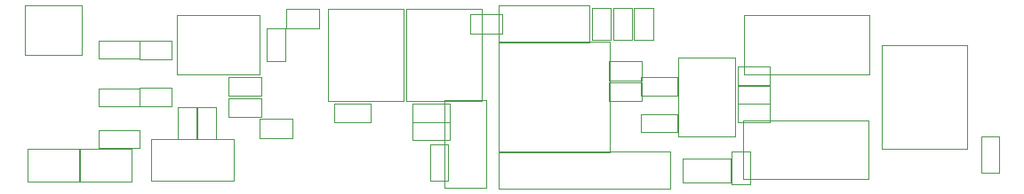
<source format=gbr>
G04 #@! TF.FileFunction,Other,User*
%FSLAX46Y46*%
G04 Gerber Fmt 4.6, Leading zero omitted, Abs format (unit mm)*
G04 Created by KiCad (PCBNEW 4.0.7) date 01/21/18 20:33:27*
%MOMM*%
%LPD*%
G01*
G04 APERTURE LIST*
%ADD10C,0.100000*%
%ADD11C,0.050000*%
G04 APERTURE END LIST*
D10*
D11*
X139380000Y-48500000D02*
X139380000Y-52000000D01*
X139380000Y-48500000D02*
X137630000Y-48500000D01*
X137630000Y-52000000D02*
X139380000Y-52000000D01*
X137630000Y-52000000D02*
X137630000Y-48500000D01*
X143000000Y-44300000D02*
X139000000Y-44300000D01*
X139000000Y-44300000D02*
X139000000Y-52700000D01*
X139000000Y-52700000D02*
X143000000Y-52700000D01*
X143000000Y-52700000D02*
X143000000Y-44300000D01*
X139500000Y-48130000D02*
X136000000Y-48130000D01*
X139500000Y-48130000D02*
X139500000Y-46380000D01*
X136000000Y-46380000D02*
X136000000Y-48130000D01*
X136000000Y-46380000D02*
X139500000Y-46380000D01*
X191880000Y-47750000D02*
X191880000Y-51250000D01*
X191880000Y-47750000D02*
X190130000Y-47750000D01*
X190130000Y-51250000D02*
X191880000Y-51250000D01*
X190130000Y-51250000D02*
X190130000Y-47750000D01*
X157750000Y-42120000D02*
X161250000Y-42120000D01*
X157750000Y-42120000D02*
X157750000Y-43870000D01*
X161250000Y-43870000D02*
X161250000Y-42120000D01*
X161250000Y-43870000D02*
X157750000Y-43870000D01*
X132000000Y-46380000D02*
X128500000Y-46380000D01*
X132000000Y-46380000D02*
X132000000Y-44630000D01*
X128500000Y-44630000D02*
X128500000Y-46380000D01*
X128500000Y-44630000D02*
X132000000Y-44630000D01*
X139500000Y-46380000D02*
X136000000Y-46380000D01*
X139500000Y-46380000D02*
X139500000Y-44630000D01*
X136000000Y-44630000D02*
X136000000Y-46380000D01*
X136000000Y-44630000D02*
X139500000Y-44630000D01*
X161250000Y-47380000D02*
X157750000Y-47380000D01*
X161250000Y-47380000D02*
X161250000Y-45630000D01*
X157750000Y-45630000D02*
X157750000Y-47380000D01*
X157750000Y-45630000D02*
X161250000Y-45630000D01*
X161700000Y-49840000D02*
X166300000Y-49840000D01*
X161700000Y-52160000D02*
X166300000Y-52160000D01*
X161700000Y-49840000D02*
X161700000Y-52160000D01*
X166300000Y-49840000D02*
X166300000Y-52160000D01*
X180660000Y-48940000D02*
X188850000Y-48940000D01*
X188850000Y-48940000D02*
X188850000Y-39050000D01*
X188850000Y-39050000D02*
X180660000Y-39050000D01*
X180660000Y-39050000D02*
X180660000Y-48940000D01*
X144200000Y-38800000D02*
X152850000Y-38800000D01*
X152850000Y-38800000D02*
X152850000Y-35200000D01*
X152850000Y-35200000D02*
X144200000Y-35200000D01*
X144200000Y-35200000D02*
X144200000Y-38800000D01*
X104350000Y-52050000D02*
X109200000Y-52050000D01*
X109200000Y-52050000D02*
X109200000Y-48950000D01*
X109200000Y-48950000D02*
X104350000Y-48950000D01*
X104350000Y-48950000D02*
X104350000Y-52050000D01*
X99350000Y-52050000D02*
X104200000Y-52050000D01*
X104200000Y-52050000D02*
X104200000Y-48950000D01*
X104200000Y-48950000D02*
X99350000Y-48950000D01*
X99350000Y-48950000D02*
X99350000Y-52050000D01*
X144200000Y-52800000D02*
X160500000Y-52800000D01*
X160500000Y-52800000D02*
X160500000Y-49200000D01*
X160500000Y-49200000D02*
X144200000Y-49200000D01*
X144200000Y-49200000D02*
X144200000Y-52800000D01*
X109950000Y-38650000D02*
X109950000Y-40350000D01*
X109950000Y-40350000D02*
X106050000Y-40350000D01*
X106050000Y-40350000D02*
X106050000Y-38650000D01*
X106050000Y-38650000D02*
X109950000Y-38650000D01*
X109950000Y-43150000D02*
X109950000Y-44850000D01*
X109950000Y-44850000D02*
X106050000Y-44850000D01*
X106050000Y-44850000D02*
X106050000Y-43150000D01*
X106050000Y-43150000D02*
X109950000Y-43150000D01*
X99040000Y-35270000D02*
X104500000Y-35270000D01*
X99040000Y-35270000D02*
X99040000Y-40010000D01*
X104500000Y-40010000D02*
X104500000Y-35270000D01*
X104500000Y-40010000D02*
X99040000Y-40010000D01*
X117257400Y-44932000D02*
X117257400Y-48032000D01*
X117257400Y-44932000D02*
X115457400Y-44932000D01*
X115457400Y-48032000D02*
X117257400Y-48032000D01*
X115457400Y-48032000D02*
X115457400Y-44932000D01*
X157800000Y-44400000D02*
X154700000Y-44400000D01*
X157800000Y-44400000D02*
X157800000Y-42600000D01*
X154700000Y-42600000D02*
X154700000Y-44400000D01*
X154700000Y-42600000D02*
X157800000Y-42600000D01*
X157800000Y-42400000D02*
X154700000Y-42400000D01*
X157800000Y-42400000D02*
X157800000Y-40600000D01*
X154700000Y-40600000D02*
X154700000Y-42400000D01*
X154700000Y-40600000D02*
X157800000Y-40600000D01*
X109950000Y-43100000D02*
X113050000Y-43100000D01*
X109950000Y-43100000D02*
X109950000Y-44900000D01*
X113050000Y-44900000D02*
X113050000Y-43100000D01*
X113050000Y-44900000D02*
X109950000Y-44900000D01*
X154900000Y-35450000D02*
X154900000Y-38550000D01*
X154900000Y-35450000D02*
X153100000Y-35450000D01*
X153100000Y-38550000D02*
X154900000Y-38550000D01*
X153100000Y-38550000D02*
X153100000Y-35450000D01*
X109950000Y-38600000D02*
X113050000Y-38600000D01*
X109950000Y-38600000D02*
X109950000Y-40400000D01*
X113050000Y-40400000D02*
X113050000Y-38600000D01*
X113050000Y-40400000D02*
X109950000Y-40400000D01*
X124550000Y-47900000D02*
X121450000Y-47900000D01*
X124550000Y-47900000D02*
X124550000Y-46100000D01*
X121450000Y-46100000D02*
X121450000Y-47900000D01*
X121450000Y-46100000D02*
X124550000Y-46100000D01*
X113600000Y-48050000D02*
X113600000Y-44950000D01*
X113600000Y-48050000D02*
X115400000Y-48050000D01*
X115400000Y-44950000D02*
X113600000Y-44950000D01*
X115400000Y-44950000D02*
X115400000Y-48050000D01*
X118450000Y-42100000D02*
X121550000Y-42100000D01*
X118450000Y-42100000D02*
X118450000Y-43900000D01*
X121550000Y-43900000D02*
X121550000Y-42100000D01*
X121550000Y-43900000D02*
X118450000Y-43900000D01*
X118450000Y-44100000D02*
X121550000Y-44100000D01*
X118450000Y-44100000D02*
X118450000Y-45900000D01*
X121550000Y-45900000D02*
X121550000Y-44100000D01*
X121550000Y-45900000D02*
X118450000Y-45900000D01*
X141450000Y-36100000D02*
X144550000Y-36100000D01*
X141450000Y-36100000D02*
X141450000Y-37900000D01*
X144550000Y-37900000D02*
X144550000Y-36100000D01*
X144550000Y-37900000D02*
X141450000Y-37900000D01*
X123900000Y-37450000D02*
X123900000Y-40550000D01*
X123900000Y-37450000D02*
X122100000Y-37450000D01*
X122100000Y-40550000D02*
X123900000Y-40550000D01*
X122100000Y-40550000D02*
X122100000Y-37450000D01*
X123950000Y-35600000D02*
X127050000Y-35600000D01*
X123950000Y-35600000D02*
X123950000Y-37400000D01*
X127050000Y-37400000D02*
X127050000Y-35600000D01*
X127050000Y-37400000D02*
X123950000Y-37400000D01*
X166950000Y-41100000D02*
X170050000Y-41100000D01*
X166950000Y-41100000D02*
X166950000Y-42900000D01*
X170050000Y-42900000D02*
X170050000Y-41100000D01*
X170050000Y-42900000D02*
X166950000Y-42900000D01*
X166950000Y-44600000D02*
X170050000Y-44600000D01*
X166950000Y-44600000D02*
X166950000Y-46400000D01*
X170050000Y-46400000D02*
X170050000Y-44600000D01*
X170050000Y-46400000D02*
X166950000Y-46400000D01*
X166950000Y-42850000D02*
X170050000Y-42850000D01*
X166950000Y-42850000D02*
X166950000Y-44650000D01*
X170050000Y-44650000D02*
X170050000Y-42850000D01*
X170050000Y-44650000D02*
X166950000Y-44650000D01*
X156900000Y-35450000D02*
X156900000Y-38550000D01*
X156900000Y-35450000D02*
X155100000Y-35450000D01*
X155100000Y-38550000D02*
X156900000Y-38550000D01*
X155100000Y-38550000D02*
X155100000Y-35450000D01*
X158900000Y-35450000D02*
X158900000Y-38550000D01*
X158900000Y-35450000D02*
X157100000Y-35450000D01*
X157100000Y-38550000D02*
X158900000Y-38550000D01*
X157100000Y-38550000D02*
X157100000Y-35450000D01*
X168150000Y-49200000D02*
X168150000Y-52300000D01*
X168150000Y-49200000D02*
X166350000Y-49200000D01*
X166350000Y-52300000D02*
X168150000Y-52300000D01*
X166350000Y-52300000D02*
X166350000Y-49200000D01*
X109950000Y-47150000D02*
X109950000Y-48850000D01*
X109950000Y-48850000D02*
X106050000Y-48850000D01*
X106050000Y-48850000D02*
X106050000Y-47150000D01*
X106050000Y-47150000D02*
X109950000Y-47150000D01*
X111050000Y-48000000D02*
X118950000Y-48000000D01*
X118950000Y-48000000D02*
X118950000Y-52000000D01*
X118950000Y-52000000D02*
X111050000Y-52000000D01*
X111050000Y-52000000D02*
X111050000Y-48000000D01*
X154800000Y-38700000D02*
X144200000Y-38700000D01*
X154800000Y-49300000D02*
X144200000Y-49300000D01*
X154800000Y-38700000D02*
X154800000Y-49300000D01*
X144200000Y-38700000D02*
X144200000Y-49300000D01*
X135400000Y-35600000D02*
X135400000Y-44400000D01*
X142600000Y-35600000D02*
X135400000Y-35600000D01*
X142600000Y-44400000D02*
X142600000Y-35600000D01*
X135400000Y-44400000D02*
X142600000Y-44400000D01*
X113550000Y-36200000D02*
X113550000Y-41800000D01*
X121450000Y-36200000D02*
X121450000Y-41800000D01*
X113550000Y-36200000D02*
X121450000Y-36200000D01*
X113550000Y-41800000D02*
X121450000Y-41800000D01*
X127900000Y-35600000D02*
X127900000Y-44400000D01*
X135100000Y-35600000D02*
X127900000Y-35600000D01*
X135100000Y-44400000D02*
X135100000Y-35600000D01*
X127900000Y-44400000D02*
X135100000Y-44400000D01*
X166700000Y-40270000D02*
X161300000Y-40270000D01*
X166700000Y-47730000D02*
X161300000Y-47730000D01*
X166700000Y-40270000D02*
X166700000Y-47730000D01*
X161300000Y-40270000D02*
X161300000Y-47730000D01*
X167500000Y-46200000D02*
X167500000Y-51800000D01*
X167500000Y-51800000D02*
X179400000Y-51800000D01*
X179400000Y-51800000D02*
X179400000Y-46200000D01*
X179400000Y-46200000D02*
X167500000Y-46200000D01*
X179500000Y-41800000D02*
X179500000Y-36200000D01*
X179500000Y-36200000D02*
X167600000Y-36200000D01*
X167600000Y-36200000D02*
X167600000Y-41800000D01*
X167600000Y-41800000D02*
X179500000Y-41800000D01*
M02*

</source>
